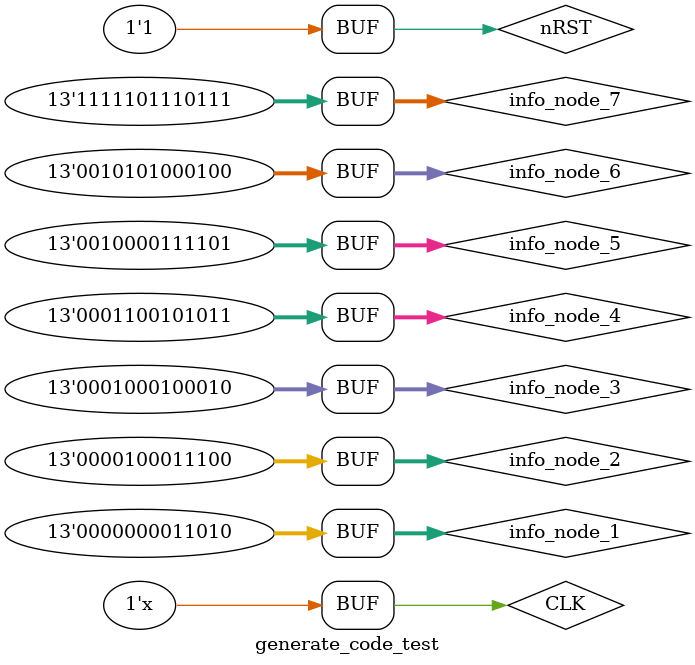
<source format=v>
`timescale 1ns / 1ps


module generate_code_test;

	// Inputs
	reg CLK;
	reg nRST;
	reg [12:0] info_node_1;
	reg [12:0] info_node_2;
	reg [12:0] info_node_3;
	reg [12:0] info_node_4;
	reg [12:0] info_node_5;
	reg [12:0] info_node_6;
	reg [12:0] info_node_7;

	// Outputs
	wire [15:0] CODE_TABLE;

	// Instantiate the Unit Under Test (UUT)
	generate_code uut (
		.CLK(CLK), 
		.nRST(nRST), 
		.info_node_1(info_node_1), 
		.info_node_2(info_node_2), 
		.info_node_3(info_node_3), 
		.info_node_4(info_node_4), 
		.info_node_5(info_node_5), 
		.info_node_6(info_node_6), 
		.info_node_7(info_node_7), 
		.CODE_TABLE(CODE_TABLE)
	);

	initial begin
		// Initialize Inputs
		CLK = 0;
		nRST = 0;
		info_node_1 = 13'b0000_0_0001_1010;
		info_node_2 = 13'b0000_1_0001_1100;
		info_node_3 = 13'b0001_0_0010_0010;
		info_node_4 = 13'b0001_1_0010_1011;
		info_node_5 = 13'b0010_0_0011_1101;
		info_node_6 = 13'b0010_1_0100_0100;
		info_node_7 = 13'b1111_1_0111_0111;

		// Wait 100 ns for global reset to finish
		#100;
        nRST = 1;
		// Add stimulus here

	end
	parameter DELAY = 2;
	always
		#DELAY CLK = ~CLK; 
      
endmodule


</source>
